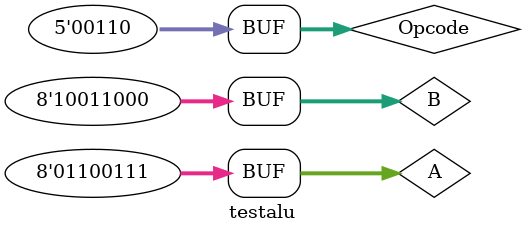
<source format=v>
`timescale 1ns / 1ps


module testalu;

	// Inputs
	reg [7:0] A;
	reg [7:0] B;
	reg [4:0] Opcode;

	// Outputs
	wire [15:0] ALU_Out;
	wire CarryOut;

	// Instantiate the Unit Under Test (UUT)
	ALU uut (
		.A(A), 
		.B(B), 
		.Opcode(Opcode), 
		.ALU_Out(ALU_Out), 
		.CarryOut(CarryOut)
	);

	initial begin
		// Initialize Inputs
		A = 8'b01100111;
		B = 8'b10011000;
		Opcode= 5'b00000;
		#100;
		Opcode= 5'b00001;
		#100;
		Opcode= 5'b00010;
		#100;
		Opcode= 5'b00011;
		#100;
		Opcode= 5'b00100;
		#100;
		Opcode= 5'b00101;
		#100;
		Opcode= 5'b00110;
		#100;
		Opcode= 5'b00111;
		#100;
		Opcode= 5'b01000;
		#100;
		Opcode= 5'b01001;
		#100;
		Opcode= 5'b01010;
		#100;
		Opcode= 5'b01011;
		#100;
		Opcode= 5'b01100;
		#100;
		Opcode= 5'b01101;
		#100;
		Opcode= 5'b01110;
		#100;
		Opcode= 5'b01111;
		#100;
		Opcode= 5'b10001;
		#100;
		Opcode= 5'b10010;
		#100;
		Opcode= 5'b10011;
		#100;
		Opcode= 5'b10100;
		#100;
		Opcode= 5'b10101;
		#100;
		Opcode= 5'b10110;
		#100;
		Opcode= 5'b10111;
		#100;
		Opcode= 5'b11000;
		#100;
		Opcode= 5'b11001;
		#100;
		Opcode= 5'b11010;
		#100;
		Opcode= 5'b11011;
		#100;
		Opcode= 5'b11100;
		#100;
		Opcode= 5'b11101;
		#100;
		Opcode= 5'b11110;
		#100;
		Opcode= 5'b11111;
		#100;
		Opcode= 5'b00110;

		// Wait 100 ns for global reset to finish
		#100;
        
		// Add stimulus here

	end
      
endmodule


</source>
